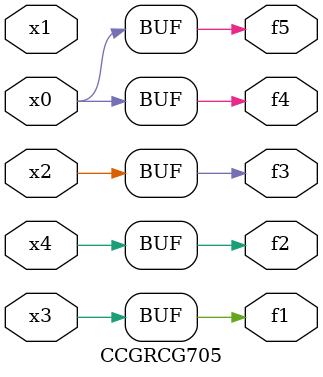
<source format=v>
module CCGRCG705(
	input x0, x1, x2, x3, x4,
	output f1, f2, f3, f4, f5
);
	assign f1 = x3;
	assign f2 = x4;
	assign f3 = x2;
	assign f4 = x0;
	assign f5 = x0;
endmodule

</source>
